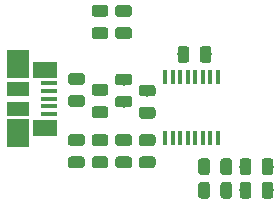
<source format=gbr>
G04 #@! TF.GenerationSoftware,KiCad,Pcbnew,(5.1.4)-1*
G04 #@! TF.CreationDate,2019-11-14T00:10:30-06:00*
G04 #@! TF.ProjectId,USB_Serial,5553425f-5365-4726-9961-6c2e6b696361,rev?*
G04 #@! TF.SameCoordinates,Original*
G04 #@! TF.FileFunction,Paste,Top*
G04 #@! TF.FilePolarity,Positive*
%FSLAX46Y46*%
G04 Gerber Fmt 4.6, Leading zero omitted, Abs format (unit mm)*
G04 Created by KiCad (PCBNEW (5.1.4)-1) date 2019-11-14 00:10:30*
%MOMM*%
%LPD*%
G04 APERTURE LIST*
%ADD10C,0.100000*%
%ADD11C,0.975000*%
%ADD12R,0.400000X1.200000*%
%ADD13R,1.900000X1.175000*%
%ADD14R,1.900000X2.375000*%
%ADD15R,2.100000X1.475000*%
%ADD16R,1.380000X0.450000*%
G04 APERTURE END LIST*
D10*
G36*
X166955142Y-79801174D02*
G01*
X166978803Y-79804684D01*
X167002007Y-79810496D01*
X167024529Y-79818554D01*
X167046153Y-79828782D01*
X167066670Y-79841079D01*
X167085883Y-79855329D01*
X167103607Y-79871393D01*
X167119671Y-79889117D01*
X167133921Y-79908330D01*
X167146218Y-79928847D01*
X167156446Y-79950471D01*
X167164504Y-79972993D01*
X167170316Y-79996197D01*
X167173826Y-80019858D01*
X167175000Y-80043750D01*
X167175000Y-80956250D01*
X167173826Y-80980142D01*
X167170316Y-81003803D01*
X167164504Y-81027007D01*
X167156446Y-81049529D01*
X167146218Y-81071153D01*
X167133921Y-81091670D01*
X167119671Y-81110883D01*
X167103607Y-81128607D01*
X167085883Y-81144671D01*
X167066670Y-81158921D01*
X167046153Y-81171218D01*
X167024529Y-81181446D01*
X167002007Y-81189504D01*
X166978803Y-81195316D01*
X166955142Y-81198826D01*
X166931250Y-81200000D01*
X166443750Y-81200000D01*
X166419858Y-81198826D01*
X166396197Y-81195316D01*
X166372993Y-81189504D01*
X166350471Y-81181446D01*
X166328847Y-81171218D01*
X166308330Y-81158921D01*
X166289117Y-81144671D01*
X166271393Y-81128607D01*
X166255329Y-81110883D01*
X166241079Y-81091670D01*
X166228782Y-81071153D01*
X166218554Y-81049529D01*
X166210496Y-81027007D01*
X166204684Y-81003803D01*
X166201174Y-80980142D01*
X166200000Y-80956250D01*
X166200000Y-80043750D01*
X166201174Y-80019858D01*
X166204684Y-79996197D01*
X166210496Y-79972993D01*
X166218554Y-79950471D01*
X166228782Y-79928847D01*
X166241079Y-79908330D01*
X166255329Y-79889117D01*
X166271393Y-79871393D01*
X166289117Y-79855329D01*
X166308330Y-79841079D01*
X166328847Y-79828782D01*
X166350471Y-79818554D01*
X166372993Y-79810496D01*
X166396197Y-79804684D01*
X166419858Y-79801174D01*
X166443750Y-79800000D01*
X166931250Y-79800000D01*
X166955142Y-79801174D01*
X166955142Y-79801174D01*
G37*
D11*
X166687500Y-80500000D03*
D10*
G36*
X165080142Y-79801174D02*
G01*
X165103803Y-79804684D01*
X165127007Y-79810496D01*
X165149529Y-79818554D01*
X165171153Y-79828782D01*
X165191670Y-79841079D01*
X165210883Y-79855329D01*
X165228607Y-79871393D01*
X165244671Y-79889117D01*
X165258921Y-79908330D01*
X165271218Y-79928847D01*
X165281446Y-79950471D01*
X165289504Y-79972993D01*
X165295316Y-79996197D01*
X165298826Y-80019858D01*
X165300000Y-80043750D01*
X165300000Y-80956250D01*
X165298826Y-80980142D01*
X165295316Y-81003803D01*
X165289504Y-81027007D01*
X165281446Y-81049529D01*
X165271218Y-81071153D01*
X165258921Y-81091670D01*
X165244671Y-81110883D01*
X165228607Y-81128607D01*
X165210883Y-81144671D01*
X165191670Y-81158921D01*
X165171153Y-81171218D01*
X165149529Y-81181446D01*
X165127007Y-81189504D01*
X165103803Y-81195316D01*
X165080142Y-81198826D01*
X165056250Y-81200000D01*
X164568750Y-81200000D01*
X164544858Y-81198826D01*
X164521197Y-81195316D01*
X164497993Y-81189504D01*
X164475471Y-81181446D01*
X164453847Y-81171218D01*
X164433330Y-81158921D01*
X164414117Y-81144671D01*
X164396393Y-81128607D01*
X164380329Y-81110883D01*
X164366079Y-81091670D01*
X164353782Y-81071153D01*
X164343554Y-81049529D01*
X164335496Y-81027007D01*
X164329684Y-81003803D01*
X164326174Y-80980142D01*
X164325000Y-80956250D01*
X164325000Y-80043750D01*
X164326174Y-80019858D01*
X164329684Y-79996197D01*
X164335496Y-79972993D01*
X164343554Y-79950471D01*
X164353782Y-79928847D01*
X164366079Y-79908330D01*
X164380329Y-79889117D01*
X164396393Y-79871393D01*
X164414117Y-79855329D01*
X164433330Y-79841079D01*
X164453847Y-79828782D01*
X164475471Y-79818554D01*
X164497993Y-79810496D01*
X164521197Y-79804684D01*
X164544858Y-79801174D01*
X164568750Y-79800000D01*
X165056250Y-79800000D01*
X165080142Y-79801174D01*
X165080142Y-79801174D01*
G37*
D11*
X164812500Y-80500000D03*
D10*
G36*
X166955142Y-77801174D02*
G01*
X166978803Y-77804684D01*
X167002007Y-77810496D01*
X167024529Y-77818554D01*
X167046153Y-77828782D01*
X167066670Y-77841079D01*
X167085883Y-77855329D01*
X167103607Y-77871393D01*
X167119671Y-77889117D01*
X167133921Y-77908330D01*
X167146218Y-77928847D01*
X167156446Y-77950471D01*
X167164504Y-77972993D01*
X167170316Y-77996197D01*
X167173826Y-78019858D01*
X167175000Y-78043750D01*
X167175000Y-78956250D01*
X167173826Y-78980142D01*
X167170316Y-79003803D01*
X167164504Y-79027007D01*
X167156446Y-79049529D01*
X167146218Y-79071153D01*
X167133921Y-79091670D01*
X167119671Y-79110883D01*
X167103607Y-79128607D01*
X167085883Y-79144671D01*
X167066670Y-79158921D01*
X167046153Y-79171218D01*
X167024529Y-79181446D01*
X167002007Y-79189504D01*
X166978803Y-79195316D01*
X166955142Y-79198826D01*
X166931250Y-79200000D01*
X166443750Y-79200000D01*
X166419858Y-79198826D01*
X166396197Y-79195316D01*
X166372993Y-79189504D01*
X166350471Y-79181446D01*
X166328847Y-79171218D01*
X166308330Y-79158921D01*
X166289117Y-79144671D01*
X166271393Y-79128607D01*
X166255329Y-79110883D01*
X166241079Y-79091670D01*
X166228782Y-79071153D01*
X166218554Y-79049529D01*
X166210496Y-79027007D01*
X166204684Y-79003803D01*
X166201174Y-78980142D01*
X166200000Y-78956250D01*
X166200000Y-78043750D01*
X166201174Y-78019858D01*
X166204684Y-77996197D01*
X166210496Y-77972993D01*
X166218554Y-77950471D01*
X166228782Y-77928847D01*
X166241079Y-77908330D01*
X166255329Y-77889117D01*
X166271393Y-77871393D01*
X166289117Y-77855329D01*
X166308330Y-77841079D01*
X166328847Y-77828782D01*
X166350471Y-77818554D01*
X166372993Y-77810496D01*
X166396197Y-77804684D01*
X166419858Y-77801174D01*
X166443750Y-77800000D01*
X166931250Y-77800000D01*
X166955142Y-77801174D01*
X166955142Y-77801174D01*
G37*
D11*
X166687500Y-78500000D03*
D10*
G36*
X165080142Y-77801174D02*
G01*
X165103803Y-77804684D01*
X165127007Y-77810496D01*
X165149529Y-77818554D01*
X165171153Y-77828782D01*
X165191670Y-77841079D01*
X165210883Y-77855329D01*
X165228607Y-77871393D01*
X165244671Y-77889117D01*
X165258921Y-77908330D01*
X165271218Y-77928847D01*
X165281446Y-77950471D01*
X165289504Y-77972993D01*
X165295316Y-77996197D01*
X165298826Y-78019858D01*
X165300000Y-78043750D01*
X165300000Y-78956250D01*
X165298826Y-78980142D01*
X165295316Y-79003803D01*
X165289504Y-79027007D01*
X165281446Y-79049529D01*
X165271218Y-79071153D01*
X165258921Y-79091670D01*
X165244671Y-79110883D01*
X165228607Y-79128607D01*
X165210883Y-79144671D01*
X165191670Y-79158921D01*
X165171153Y-79171218D01*
X165149529Y-79181446D01*
X165127007Y-79189504D01*
X165103803Y-79195316D01*
X165080142Y-79198826D01*
X165056250Y-79200000D01*
X164568750Y-79200000D01*
X164544858Y-79198826D01*
X164521197Y-79195316D01*
X164497993Y-79189504D01*
X164475471Y-79181446D01*
X164453847Y-79171218D01*
X164433330Y-79158921D01*
X164414117Y-79144671D01*
X164396393Y-79128607D01*
X164380329Y-79110883D01*
X164366079Y-79091670D01*
X164353782Y-79071153D01*
X164343554Y-79049529D01*
X164335496Y-79027007D01*
X164329684Y-79003803D01*
X164326174Y-78980142D01*
X164325000Y-78956250D01*
X164325000Y-78043750D01*
X164326174Y-78019858D01*
X164329684Y-77996197D01*
X164335496Y-77972993D01*
X164343554Y-77950471D01*
X164353782Y-77928847D01*
X164366079Y-77908330D01*
X164380329Y-77889117D01*
X164396393Y-77871393D01*
X164414117Y-77855329D01*
X164433330Y-77841079D01*
X164453847Y-77828782D01*
X164475471Y-77818554D01*
X164497993Y-77810496D01*
X164521197Y-77804684D01*
X164544858Y-77801174D01*
X164568750Y-77800000D01*
X165056250Y-77800000D01*
X165080142Y-77801174D01*
X165080142Y-77801174D01*
G37*
D11*
X164812500Y-78500000D03*
D10*
G36*
X154980142Y-64826174D02*
G01*
X155003803Y-64829684D01*
X155027007Y-64835496D01*
X155049529Y-64843554D01*
X155071153Y-64853782D01*
X155091670Y-64866079D01*
X155110883Y-64880329D01*
X155128607Y-64896393D01*
X155144671Y-64914117D01*
X155158921Y-64933330D01*
X155171218Y-64953847D01*
X155181446Y-64975471D01*
X155189504Y-64997993D01*
X155195316Y-65021197D01*
X155198826Y-65044858D01*
X155200000Y-65068750D01*
X155200000Y-65556250D01*
X155198826Y-65580142D01*
X155195316Y-65603803D01*
X155189504Y-65627007D01*
X155181446Y-65649529D01*
X155171218Y-65671153D01*
X155158921Y-65691670D01*
X155144671Y-65710883D01*
X155128607Y-65728607D01*
X155110883Y-65744671D01*
X155091670Y-65758921D01*
X155071153Y-65771218D01*
X155049529Y-65781446D01*
X155027007Y-65789504D01*
X155003803Y-65795316D01*
X154980142Y-65798826D01*
X154956250Y-65800000D01*
X154043750Y-65800000D01*
X154019858Y-65798826D01*
X153996197Y-65795316D01*
X153972993Y-65789504D01*
X153950471Y-65781446D01*
X153928847Y-65771218D01*
X153908330Y-65758921D01*
X153889117Y-65744671D01*
X153871393Y-65728607D01*
X153855329Y-65710883D01*
X153841079Y-65691670D01*
X153828782Y-65671153D01*
X153818554Y-65649529D01*
X153810496Y-65627007D01*
X153804684Y-65603803D01*
X153801174Y-65580142D01*
X153800000Y-65556250D01*
X153800000Y-65068750D01*
X153801174Y-65044858D01*
X153804684Y-65021197D01*
X153810496Y-64997993D01*
X153818554Y-64975471D01*
X153828782Y-64953847D01*
X153841079Y-64933330D01*
X153855329Y-64914117D01*
X153871393Y-64896393D01*
X153889117Y-64880329D01*
X153908330Y-64866079D01*
X153928847Y-64853782D01*
X153950471Y-64843554D01*
X153972993Y-64835496D01*
X153996197Y-64829684D01*
X154019858Y-64826174D01*
X154043750Y-64825000D01*
X154956250Y-64825000D01*
X154980142Y-64826174D01*
X154980142Y-64826174D01*
G37*
D11*
X154500000Y-65312500D03*
D10*
G36*
X154980142Y-66701174D02*
G01*
X155003803Y-66704684D01*
X155027007Y-66710496D01*
X155049529Y-66718554D01*
X155071153Y-66728782D01*
X155091670Y-66741079D01*
X155110883Y-66755329D01*
X155128607Y-66771393D01*
X155144671Y-66789117D01*
X155158921Y-66808330D01*
X155171218Y-66828847D01*
X155181446Y-66850471D01*
X155189504Y-66872993D01*
X155195316Y-66896197D01*
X155198826Y-66919858D01*
X155200000Y-66943750D01*
X155200000Y-67431250D01*
X155198826Y-67455142D01*
X155195316Y-67478803D01*
X155189504Y-67502007D01*
X155181446Y-67524529D01*
X155171218Y-67546153D01*
X155158921Y-67566670D01*
X155144671Y-67585883D01*
X155128607Y-67603607D01*
X155110883Y-67619671D01*
X155091670Y-67633921D01*
X155071153Y-67646218D01*
X155049529Y-67656446D01*
X155027007Y-67664504D01*
X155003803Y-67670316D01*
X154980142Y-67673826D01*
X154956250Y-67675000D01*
X154043750Y-67675000D01*
X154019858Y-67673826D01*
X153996197Y-67670316D01*
X153972993Y-67664504D01*
X153950471Y-67656446D01*
X153928847Y-67646218D01*
X153908330Y-67633921D01*
X153889117Y-67619671D01*
X153871393Y-67603607D01*
X153855329Y-67585883D01*
X153841079Y-67566670D01*
X153828782Y-67546153D01*
X153818554Y-67524529D01*
X153810496Y-67502007D01*
X153804684Y-67478803D01*
X153801174Y-67455142D01*
X153800000Y-67431250D01*
X153800000Y-66943750D01*
X153801174Y-66919858D01*
X153804684Y-66896197D01*
X153810496Y-66872993D01*
X153818554Y-66850471D01*
X153828782Y-66828847D01*
X153841079Y-66808330D01*
X153855329Y-66789117D01*
X153871393Y-66771393D01*
X153889117Y-66755329D01*
X153908330Y-66741079D01*
X153928847Y-66728782D01*
X153950471Y-66718554D01*
X153972993Y-66710496D01*
X153996197Y-66704684D01*
X154019858Y-66701174D01*
X154043750Y-66700000D01*
X154956250Y-66700000D01*
X154980142Y-66701174D01*
X154980142Y-66701174D01*
G37*
D11*
X154500000Y-67187500D03*
D10*
G36*
X152980142Y-64826174D02*
G01*
X153003803Y-64829684D01*
X153027007Y-64835496D01*
X153049529Y-64843554D01*
X153071153Y-64853782D01*
X153091670Y-64866079D01*
X153110883Y-64880329D01*
X153128607Y-64896393D01*
X153144671Y-64914117D01*
X153158921Y-64933330D01*
X153171218Y-64953847D01*
X153181446Y-64975471D01*
X153189504Y-64997993D01*
X153195316Y-65021197D01*
X153198826Y-65044858D01*
X153200000Y-65068750D01*
X153200000Y-65556250D01*
X153198826Y-65580142D01*
X153195316Y-65603803D01*
X153189504Y-65627007D01*
X153181446Y-65649529D01*
X153171218Y-65671153D01*
X153158921Y-65691670D01*
X153144671Y-65710883D01*
X153128607Y-65728607D01*
X153110883Y-65744671D01*
X153091670Y-65758921D01*
X153071153Y-65771218D01*
X153049529Y-65781446D01*
X153027007Y-65789504D01*
X153003803Y-65795316D01*
X152980142Y-65798826D01*
X152956250Y-65800000D01*
X152043750Y-65800000D01*
X152019858Y-65798826D01*
X151996197Y-65795316D01*
X151972993Y-65789504D01*
X151950471Y-65781446D01*
X151928847Y-65771218D01*
X151908330Y-65758921D01*
X151889117Y-65744671D01*
X151871393Y-65728607D01*
X151855329Y-65710883D01*
X151841079Y-65691670D01*
X151828782Y-65671153D01*
X151818554Y-65649529D01*
X151810496Y-65627007D01*
X151804684Y-65603803D01*
X151801174Y-65580142D01*
X151800000Y-65556250D01*
X151800000Y-65068750D01*
X151801174Y-65044858D01*
X151804684Y-65021197D01*
X151810496Y-64997993D01*
X151818554Y-64975471D01*
X151828782Y-64953847D01*
X151841079Y-64933330D01*
X151855329Y-64914117D01*
X151871393Y-64896393D01*
X151889117Y-64880329D01*
X151908330Y-64866079D01*
X151928847Y-64853782D01*
X151950471Y-64843554D01*
X151972993Y-64835496D01*
X151996197Y-64829684D01*
X152019858Y-64826174D01*
X152043750Y-64825000D01*
X152956250Y-64825000D01*
X152980142Y-64826174D01*
X152980142Y-64826174D01*
G37*
D11*
X152500000Y-65312500D03*
D10*
G36*
X152980142Y-66701174D02*
G01*
X153003803Y-66704684D01*
X153027007Y-66710496D01*
X153049529Y-66718554D01*
X153071153Y-66728782D01*
X153091670Y-66741079D01*
X153110883Y-66755329D01*
X153128607Y-66771393D01*
X153144671Y-66789117D01*
X153158921Y-66808330D01*
X153171218Y-66828847D01*
X153181446Y-66850471D01*
X153189504Y-66872993D01*
X153195316Y-66896197D01*
X153198826Y-66919858D01*
X153200000Y-66943750D01*
X153200000Y-67431250D01*
X153198826Y-67455142D01*
X153195316Y-67478803D01*
X153189504Y-67502007D01*
X153181446Y-67524529D01*
X153171218Y-67546153D01*
X153158921Y-67566670D01*
X153144671Y-67585883D01*
X153128607Y-67603607D01*
X153110883Y-67619671D01*
X153091670Y-67633921D01*
X153071153Y-67646218D01*
X153049529Y-67656446D01*
X153027007Y-67664504D01*
X153003803Y-67670316D01*
X152980142Y-67673826D01*
X152956250Y-67675000D01*
X152043750Y-67675000D01*
X152019858Y-67673826D01*
X151996197Y-67670316D01*
X151972993Y-67664504D01*
X151950471Y-67656446D01*
X151928847Y-67646218D01*
X151908330Y-67633921D01*
X151889117Y-67619671D01*
X151871393Y-67603607D01*
X151855329Y-67585883D01*
X151841079Y-67566670D01*
X151828782Y-67546153D01*
X151818554Y-67524529D01*
X151810496Y-67502007D01*
X151804684Y-67478803D01*
X151801174Y-67455142D01*
X151800000Y-67431250D01*
X151800000Y-66943750D01*
X151801174Y-66919858D01*
X151804684Y-66896197D01*
X151810496Y-66872993D01*
X151818554Y-66850471D01*
X151828782Y-66828847D01*
X151841079Y-66808330D01*
X151855329Y-66789117D01*
X151871393Y-66771393D01*
X151889117Y-66755329D01*
X151908330Y-66741079D01*
X151928847Y-66728782D01*
X151950471Y-66718554D01*
X151972993Y-66710496D01*
X151996197Y-66704684D01*
X152019858Y-66701174D01*
X152043750Y-66700000D01*
X152956250Y-66700000D01*
X152980142Y-66701174D01*
X152980142Y-66701174D01*
G37*
D11*
X152500000Y-67187500D03*
D10*
G36*
X154980142Y-70638674D02*
G01*
X155003803Y-70642184D01*
X155027007Y-70647996D01*
X155049529Y-70656054D01*
X155071153Y-70666282D01*
X155091670Y-70678579D01*
X155110883Y-70692829D01*
X155128607Y-70708893D01*
X155144671Y-70726617D01*
X155158921Y-70745830D01*
X155171218Y-70766347D01*
X155181446Y-70787971D01*
X155189504Y-70810493D01*
X155195316Y-70833697D01*
X155198826Y-70857358D01*
X155200000Y-70881250D01*
X155200000Y-71368750D01*
X155198826Y-71392642D01*
X155195316Y-71416303D01*
X155189504Y-71439507D01*
X155181446Y-71462029D01*
X155171218Y-71483653D01*
X155158921Y-71504170D01*
X155144671Y-71523383D01*
X155128607Y-71541107D01*
X155110883Y-71557171D01*
X155091670Y-71571421D01*
X155071153Y-71583718D01*
X155049529Y-71593946D01*
X155027007Y-71602004D01*
X155003803Y-71607816D01*
X154980142Y-71611326D01*
X154956250Y-71612500D01*
X154043750Y-71612500D01*
X154019858Y-71611326D01*
X153996197Y-71607816D01*
X153972993Y-71602004D01*
X153950471Y-71593946D01*
X153928847Y-71583718D01*
X153908330Y-71571421D01*
X153889117Y-71557171D01*
X153871393Y-71541107D01*
X153855329Y-71523383D01*
X153841079Y-71504170D01*
X153828782Y-71483653D01*
X153818554Y-71462029D01*
X153810496Y-71439507D01*
X153804684Y-71416303D01*
X153801174Y-71392642D01*
X153800000Y-71368750D01*
X153800000Y-70881250D01*
X153801174Y-70857358D01*
X153804684Y-70833697D01*
X153810496Y-70810493D01*
X153818554Y-70787971D01*
X153828782Y-70766347D01*
X153841079Y-70745830D01*
X153855329Y-70726617D01*
X153871393Y-70708893D01*
X153889117Y-70692829D01*
X153908330Y-70678579D01*
X153928847Y-70666282D01*
X153950471Y-70656054D01*
X153972993Y-70647996D01*
X153996197Y-70642184D01*
X154019858Y-70638674D01*
X154043750Y-70637500D01*
X154956250Y-70637500D01*
X154980142Y-70638674D01*
X154980142Y-70638674D01*
G37*
D11*
X154500000Y-71125000D03*
D10*
G36*
X154980142Y-72513674D02*
G01*
X155003803Y-72517184D01*
X155027007Y-72522996D01*
X155049529Y-72531054D01*
X155071153Y-72541282D01*
X155091670Y-72553579D01*
X155110883Y-72567829D01*
X155128607Y-72583893D01*
X155144671Y-72601617D01*
X155158921Y-72620830D01*
X155171218Y-72641347D01*
X155181446Y-72662971D01*
X155189504Y-72685493D01*
X155195316Y-72708697D01*
X155198826Y-72732358D01*
X155200000Y-72756250D01*
X155200000Y-73243750D01*
X155198826Y-73267642D01*
X155195316Y-73291303D01*
X155189504Y-73314507D01*
X155181446Y-73337029D01*
X155171218Y-73358653D01*
X155158921Y-73379170D01*
X155144671Y-73398383D01*
X155128607Y-73416107D01*
X155110883Y-73432171D01*
X155091670Y-73446421D01*
X155071153Y-73458718D01*
X155049529Y-73468946D01*
X155027007Y-73477004D01*
X155003803Y-73482816D01*
X154980142Y-73486326D01*
X154956250Y-73487500D01*
X154043750Y-73487500D01*
X154019858Y-73486326D01*
X153996197Y-73482816D01*
X153972993Y-73477004D01*
X153950471Y-73468946D01*
X153928847Y-73458718D01*
X153908330Y-73446421D01*
X153889117Y-73432171D01*
X153871393Y-73416107D01*
X153855329Y-73398383D01*
X153841079Y-73379170D01*
X153828782Y-73358653D01*
X153818554Y-73337029D01*
X153810496Y-73314507D01*
X153804684Y-73291303D01*
X153801174Y-73267642D01*
X153800000Y-73243750D01*
X153800000Y-72756250D01*
X153801174Y-72732358D01*
X153804684Y-72708697D01*
X153810496Y-72685493D01*
X153818554Y-72662971D01*
X153828782Y-72641347D01*
X153841079Y-72620830D01*
X153855329Y-72601617D01*
X153871393Y-72583893D01*
X153889117Y-72567829D01*
X153908330Y-72553579D01*
X153928847Y-72541282D01*
X153950471Y-72531054D01*
X153972993Y-72522996D01*
X153996197Y-72517184D01*
X154019858Y-72513674D01*
X154043750Y-72512500D01*
X154956250Y-72512500D01*
X154980142Y-72513674D01*
X154980142Y-72513674D01*
G37*
D11*
X154500000Y-73000000D03*
D10*
G36*
X156980142Y-73451174D02*
G01*
X157003803Y-73454684D01*
X157027007Y-73460496D01*
X157049529Y-73468554D01*
X157071153Y-73478782D01*
X157091670Y-73491079D01*
X157110883Y-73505329D01*
X157128607Y-73521393D01*
X157144671Y-73539117D01*
X157158921Y-73558330D01*
X157171218Y-73578847D01*
X157181446Y-73600471D01*
X157189504Y-73622993D01*
X157195316Y-73646197D01*
X157198826Y-73669858D01*
X157200000Y-73693750D01*
X157200000Y-74181250D01*
X157198826Y-74205142D01*
X157195316Y-74228803D01*
X157189504Y-74252007D01*
X157181446Y-74274529D01*
X157171218Y-74296153D01*
X157158921Y-74316670D01*
X157144671Y-74335883D01*
X157128607Y-74353607D01*
X157110883Y-74369671D01*
X157091670Y-74383921D01*
X157071153Y-74396218D01*
X157049529Y-74406446D01*
X157027007Y-74414504D01*
X157003803Y-74420316D01*
X156980142Y-74423826D01*
X156956250Y-74425000D01*
X156043750Y-74425000D01*
X156019858Y-74423826D01*
X155996197Y-74420316D01*
X155972993Y-74414504D01*
X155950471Y-74406446D01*
X155928847Y-74396218D01*
X155908330Y-74383921D01*
X155889117Y-74369671D01*
X155871393Y-74353607D01*
X155855329Y-74335883D01*
X155841079Y-74316670D01*
X155828782Y-74296153D01*
X155818554Y-74274529D01*
X155810496Y-74252007D01*
X155804684Y-74228803D01*
X155801174Y-74205142D01*
X155800000Y-74181250D01*
X155800000Y-73693750D01*
X155801174Y-73669858D01*
X155804684Y-73646197D01*
X155810496Y-73622993D01*
X155818554Y-73600471D01*
X155828782Y-73578847D01*
X155841079Y-73558330D01*
X155855329Y-73539117D01*
X155871393Y-73521393D01*
X155889117Y-73505329D01*
X155908330Y-73491079D01*
X155928847Y-73478782D01*
X155950471Y-73468554D01*
X155972993Y-73460496D01*
X155996197Y-73454684D01*
X156019858Y-73451174D01*
X156043750Y-73450000D01*
X156956250Y-73450000D01*
X156980142Y-73451174D01*
X156980142Y-73451174D01*
G37*
D11*
X156500000Y-73937500D03*
D10*
G36*
X156980142Y-71576174D02*
G01*
X157003803Y-71579684D01*
X157027007Y-71585496D01*
X157049529Y-71593554D01*
X157071153Y-71603782D01*
X157091670Y-71616079D01*
X157110883Y-71630329D01*
X157128607Y-71646393D01*
X157144671Y-71664117D01*
X157158921Y-71683330D01*
X157171218Y-71703847D01*
X157181446Y-71725471D01*
X157189504Y-71747993D01*
X157195316Y-71771197D01*
X157198826Y-71794858D01*
X157200000Y-71818750D01*
X157200000Y-72306250D01*
X157198826Y-72330142D01*
X157195316Y-72353803D01*
X157189504Y-72377007D01*
X157181446Y-72399529D01*
X157171218Y-72421153D01*
X157158921Y-72441670D01*
X157144671Y-72460883D01*
X157128607Y-72478607D01*
X157110883Y-72494671D01*
X157091670Y-72508921D01*
X157071153Y-72521218D01*
X157049529Y-72531446D01*
X157027007Y-72539504D01*
X157003803Y-72545316D01*
X156980142Y-72548826D01*
X156956250Y-72550000D01*
X156043750Y-72550000D01*
X156019858Y-72548826D01*
X155996197Y-72545316D01*
X155972993Y-72539504D01*
X155950471Y-72531446D01*
X155928847Y-72521218D01*
X155908330Y-72508921D01*
X155889117Y-72494671D01*
X155871393Y-72478607D01*
X155855329Y-72460883D01*
X155841079Y-72441670D01*
X155828782Y-72421153D01*
X155818554Y-72399529D01*
X155810496Y-72377007D01*
X155804684Y-72353803D01*
X155801174Y-72330142D01*
X155800000Y-72306250D01*
X155800000Y-71818750D01*
X155801174Y-71794858D01*
X155804684Y-71771197D01*
X155810496Y-71747993D01*
X155818554Y-71725471D01*
X155828782Y-71703847D01*
X155841079Y-71683330D01*
X155855329Y-71664117D01*
X155871393Y-71646393D01*
X155889117Y-71630329D01*
X155908330Y-71616079D01*
X155928847Y-71603782D01*
X155950471Y-71593554D01*
X155972993Y-71585496D01*
X155996197Y-71579684D01*
X156019858Y-71576174D01*
X156043750Y-71575000D01*
X156956250Y-71575000D01*
X156980142Y-71576174D01*
X156980142Y-71576174D01*
G37*
D11*
X156500000Y-72062500D03*
D10*
G36*
X150980142Y-72451174D02*
G01*
X151003803Y-72454684D01*
X151027007Y-72460496D01*
X151049529Y-72468554D01*
X151071153Y-72478782D01*
X151091670Y-72491079D01*
X151110883Y-72505329D01*
X151128607Y-72521393D01*
X151144671Y-72539117D01*
X151158921Y-72558330D01*
X151171218Y-72578847D01*
X151181446Y-72600471D01*
X151189504Y-72622993D01*
X151195316Y-72646197D01*
X151198826Y-72669858D01*
X151200000Y-72693750D01*
X151200000Y-73181250D01*
X151198826Y-73205142D01*
X151195316Y-73228803D01*
X151189504Y-73252007D01*
X151181446Y-73274529D01*
X151171218Y-73296153D01*
X151158921Y-73316670D01*
X151144671Y-73335883D01*
X151128607Y-73353607D01*
X151110883Y-73369671D01*
X151091670Y-73383921D01*
X151071153Y-73396218D01*
X151049529Y-73406446D01*
X151027007Y-73414504D01*
X151003803Y-73420316D01*
X150980142Y-73423826D01*
X150956250Y-73425000D01*
X150043750Y-73425000D01*
X150019858Y-73423826D01*
X149996197Y-73420316D01*
X149972993Y-73414504D01*
X149950471Y-73406446D01*
X149928847Y-73396218D01*
X149908330Y-73383921D01*
X149889117Y-73369671D01*
X149871393Y-73353607D01*
X149855329Y-73335883D01*
X149841079Y-73316670D01*
X149828782Y-73296153D01*
X149818554Y-73274529D01*
X149810496Y-73252007D01*
X149804684Y-73228803D01*
X149801174Y-73205142D01*
X149800000Y-73181250D01*
X149800000Y-72693750D01*
X149801174Y-72669858D01*
X149804684Y-72646197D01*
X149810496Y-72622993D01*
X149818554Y-72600471D01*
X149828782Y-72578847D01*
X149841079Y-72558330D01*
X149855329Y-72539117D01*
X149871393Y-72521393D01*
X149889117Y-72505329D01*
X149908330Y-72491079D01*
X149928847Y-72478782D01*
X149950471Y-72468554D01*
X149972993Y-72460496D01*
X149996197Y-72454684D01*
X150019858Y-72451174D01*
X150043750Y-72450000D01*
X150956250Y-72450000D01*
X150980142Y-72451174D01*
X150980142Y-72451174D01*
G37*
D11*
X150500000Y-72937500D03*
D10*
G36*
X150980142Y-70576174D02*
G01*
X151003803Y-70579684D01*
X151027007Y-70585496D01*
X151049529Y-70593554D01*
X151071153Y-70603782D01*
X151091670Y-70616079D01*
X151110883Y-70630329D01*
X151128607Y-70646393D01*
X151144671Y-70664117D01*
X151158921Y-70683330D01*
X151171218Y-70703847D01*
X151181446Y-70725471D01*
X151189504Y-70747993D01*
X151195316Y-70771197D01*
X151198826Y-70794858D01*
X151200000Y-70818750D01*
X151200000Y-71306250D01*
X151198826Y-71330142D01*
X151195316Y-71353803D01*
X151189504Y-71377007D01*
X151181446Y-71399529D01*
X151171218Y-71421153D01*
X151158921Y-71441670D01*
X151144671Y-71460883D01*
X151128607Y-71478607D01*
X151110883Y-71494671D01*
X151091670Y-71508921D01*
X151071153Y-71521218D01*
X151049529Y-71531446D01*
X151027007Y-71539504D01*
X151003803Y-71545316D01*
X150980142Y-71548826D01*
X150956250Y-71550000D01*
X150043750Y-71550000D01*
X150019858Y-71548826D01*
X149996197Y-71545316D01*
X149972993Y-71539504D01*
X149950471Y-71531446D01*
X149928847Y-71521218D01*
X149908330Y-71508921D01*
X149889117Y-71494671D01*
X149871393Y-71478607D01*
X149855329Y-71460883D01*
X149841079Y-71441670D01*
X149828782Y-71421153D01*
X149818554Y-71399529D01*
X149810496Y-71377007D01*
X149804684Y-71353803D01*
X149801174Y-71330142D01*
X149800000Y-71306250D01*
X149800000Y-70818750D01*
X149801174Y-70794858D01*
X149804684Y-70771197D01*
X149810496Y-70747993D01*
X149818554Y-70725471D01*
X149828782Y-70703847D01*
X149841079Y-70683330D01*
X149855329Y-70664117D01*
X149871393Y-70646393D01*
X149889117Y-70630329D01*
X149908330Y-70616079D01*
X149928847Y-70603782D01*
X149950471Y-70593554D01*
X149972993Y-70585496D01*
X149996197Y-70579684D01*
X150019858Y-70576174D01*
X150043750Y-70575000D01*
X150956250Y-70575000D01*
X150980142Y-70576174D01*
X150980142Y-70576174D01*
G37*
D11*
X150500000Y-71062500D03*
D10*
G36*
X152980142Y-71513674D02*
G01*
X153003803Y-71517184D01*
X153027007Y-71522996D01*
X153049529Y-71531054D01*
X153071153Y-71541282D01*
X153091670Y-71553579D01*
X153110883Y-71567829D01*
X153128607Y-71583893D01*
X153144671Y-71601617D01*
X153158921Y-71620830D01*
X153171218Y-71641347D01*
X153181446Y-71662971D01*
X153189504Y-71685493D01*
X153195316Y-71708697D01*
X153198826Y-71732358D01*
X153200000Y-71756250D01*
X153200000Y-72243750D01*
X153198826Y-72267642D01*
X153195316Y-72291303D01*
X153189504Y-72314507D01*
X153181446Y-72337029D01*
X153171218Y-72358653D01*
X153158921Y-72379170D01*
X153144671Y-72398383D01*
X153128607Y-72416107D01*
X153110883Y-72432171D01*
X153091670Y-72446421D01*
X153071153Y-72458718D01*
X153049529Y-72468946D01*
X153027007Y-72477004D01*
X153003803Y-72482816D01*
X152980142Y-72486326D01*
X152956250Y-72487500D01*
X152043750Y-72487500D01*
X152019858Y-72486326D01*
X151996197Y-72482816D01*
X151972993Y-72477004D01*
X151950471Y-72468946D01*
X151928847Y-72458718D01*
X151908330Y-72446421D01*
X151889117Y-72432171D01*
X151871393Y-72416107D01*
X151855329Y-72398383D01*
X151841079Y-72379170D01*
X151828782Y-72358653D01*
X151818554Y-72337029D01*
X151810496Y-72314507D01*
X151804684Y-72291303D01*
X151801174Y-72267642D01*
X151800000Y-72243750D01*
X151800000Y-71756250D01*
X151801174Y-71732358D01*
X151804684Y-71708697D01*
X151810496Y-71685493D01*
X151818554Y-71662971D01*
X151828782Y-71641347D01*
X151841079Y-71620830D01*
X151855329Y-71601617D01*
X151871393Y-71583893D01*
X151889117Y-71567829D01*
X151908330Y-71553579D01*
X151928847Y-71541282D01*
X151950471Y-71531054D01*
X151972993Y-71522996D01*
X151996197Y-71517184D01*
X152019858Y-71513674D01*
X152043750Y-71512500D01*
X152956250Y-71512500D01*
X152980142Y-71513674D01*
X152980142Y-71513674D01*
G37*
D11*
X152500000Y-72000000D03*
D10*
G36*
X152980142Y-73388674D02*
G01*
X153003803Y-73392184D01*
X153027007Y-73397996D01*
X153049529Y-73406054D01*
X153071153Y-73416282D01*
X153091670Y-73428579D01*
X153110883Y-73442829D01*
X153128607Y-73458893D01*
X153144671Y-73476617D01*
X153158921Y-73495830D01*
X153171218Y-73516347D01*
X153181446Y-73537971D01*
X153189504Y-73560493D01*
X153195316Y-73583697D01*
X153198826Y-73607358D01*
X153200000Y-73631250D01*
X153200000Y-74118750D01*
X153198826Y-74142642D01*
X153195316Y-74166303D01*
X153189504Y-74189507D01*
X153181446Y-74212029D01*
X153171218Y-74233653D01*
X153158921Y-74254170D01*
X153144671Y-74273383D01*
X153128607Y-74291107D01*
X153110883Y-74307171D01*
X153091670Y-74321421D01*
X153071153Y-74333718D01*
X153049529Y-74343946D01*
X153027007Y-74352004D01*
X153003803Y-74357816D01*
X152980142Y-74361326D01*
X152956250Y-74362500D01*
X152043750Y-74362500D01*
X152019858Y-74361326D01*
X151996197Y-74357816D01*
X151972993Y-74352004D01*
X151950471Y-74343946D01*
X151928847Y-74333718D01*
X151908330Y-74321421D01*
X151889117Y-74307171D01*
X151871393Y-74291107D01*
X151855329Y-74273383D01*
X151841079Y-74254170D01*
X151828782Y-74233653D01*
X151818554Y-74212029D01*
X151810496Y-74189507D01*
X151804684Y-74166303D01*
X151801174Y-74142642D01*
X151800000Y-74118750D01*
X151800000Y-73631250D01*
X151801174Y-73607358D01*
X151804684Y-73583697D01*
X151810496Y-73560493D01*
X151818554Y-73537971D01*
X151828782Y-73516347D01*
X151841079Y-73495830D01*
X151855329Y-73476617D01*
X151871393Y-73458893D01*
X151889117Y-73442829D01*
X151908330Y-73428579D01*
X151928847Y-73416282D01*
X151950471Y-73406054D01*
X151972993Y-73397996D01*
X151996197Y-73392184D01*
X152019858Y-73388674D01*
X152043750Y-73387500D01*
X152956250Y-73387500D01*
X152980142Y-73388674D01*
X152980142Y-73388674D01*
G37*
D11*
X152500000Y-73875000D03*
D10*
G36*
X150980142Y-75763674D02*
G01*
X151003803Y-75767184D01*
X151027007Y-75772996D01*
X151049529Y-75781054D01*
X151071153Y-75791282D01*
X151091670Y-75803579D01*
X151110883Y-75817829D01*
X151128607Y-75833893D01*
X151144671Y-75851617D01*
X151158921Y-75870830D01*
X151171218Y-75891347D01*
X151181446Y-75912971D01*
X151189504Y-75935493D01*
X151195316Y-75958697D01*
X151198826Y-75982358D01*
X151200000Y-76006250D01*
X151200000Y-76493750D01*
X151198826Y-76517642D01*
X151195316Y-76541303D01*
X151189504Y-76564507D01*
X151181446Y-76587029D01*
X151171218Y-76608653D01*
X151158921Y-76629170D01*
X151144671Y-76648383D01*
X151128607Y-76666107D01*
X151110883Y-76682171D01*
X151091670Y-76696421D01*
X151071153Y-76708718D01*
X151049529Y-76718946D01*
X151027007Y-76727004D01*
X151003803Y-76732816D01*
X150980142Y-76736326D01*
X150956250Y-76737500D01*
X150043750Y-76737500D01*
X150019858Y-76736326D01*
X149996197Y-76732816D01*
X149972993Y-76727004D01*
X149950471Y-76718946D01*
X149928847Y-76708718D01*
X149908330Y-76696421D01*
X149889117Y-76682171D01*
X149871393Y-76666107D01*
X149855329Y-76648383D01*
X149841079Y-76629170D01*
X149828782Y-76608653D01*
X149818554Y-76587029D01*
X149810496Y-76564507D01*
X149804684Y-76541303D01*
X149801174Y-76517642D01*
X149800000Y-76493750D01*
X149800000Y-76006250D01*
X149801174Y-75982358D01*
X149804684Y-75958697D01*
X149810496Y-75935493D01*
X149818554Y-75912971D01*
X149828782Y-75891347D01*
X149841079Y-75870830D01*
X149855329Y-75851617D01*
X149871393Y-75833893D01*
X149889117Y-75817829D01*
X149908330Y-75803579D01*
X149928847Y-75791282D01*
X149950471Y-75781054D01*
X149972993Y-75772996D01*
X149996197Y-75767184D01*
X150019858Y-75763674D01*
X150043750Y-75762500D01*
X150956250Y-75762500D01*
X150980142Y-75763674D01*
X150980142Y-75763674D01*
G37*
D11*
X150500000Y-76250000D03*
D10*
G36*
X150980142Y-77638674D02*
G01*
X151003803Y-77642184D01*
X151027007Y-77647996D01*
X151049529Y-77656054D01*
X151071153Y-77666282D01*
X151091670Y-77678579D01*
X151110883Y-77692829D01*
X151128607Y-77708893D01*
X151144671Y-77726617D01*
X151158921Y-77745830D01*
X151171218Y-77766347D01*
X151181446Y-77787971D01*
X151189504Y-77810493D01*
X151195316Y-77833697D01*
X151198826Y-77857358D01*
X151200000Y-77881250D01*
X151200000Y-78368750D01*
X151198826Y-78392642D01*
X151195316Y-78416303D01*
X151189504Y-78439507D01*
X151181446Y-78462029D01*
X151171218Y-78483653D01*
X151158921Y-78504170D01*
X151144671Y-78523383D01*
X151128607Y-78541107D01*
X151110883Y-78557171D01*
X151091670Y-78571421D01*
X151071153Y-78583718D01*
X151049529Y-78593946D01*
X151027007Y-78602004D01*
X151003803Y-78607816D01*
X150980142Y-78611326D01*
X150956250Y-78612500D01*
X150043750Y-78612500D01*
X150019858Y-78611326D01*
X149996197Y-78607816D01*
X149972993Y-78602004D01*
X149950471Y-78593946D01*
X149928847Y-78583718D01*
X149908330Y-78571421D01*
X149889117Y-78557171D01*
X149871393Y-78541107D01*
X149855329Y-78523383D01*
X149841079Y-78504170D01*
X149828782Y-78483653D01*
X149818554Y-78462029D01*
X149810496Y-78439507D01*
X149804684Y-78416303D01*
X149801174Y-78392642D01*
X149800000Y-78368750D01*
X149800000Y-77881250D01*
X149801174Y-77857358D01*
X149804684Y-77833697D01*
X149810496Y-77810493D01*
X149818554Y-77787971D01*
X149828782Y-77766347D01*
X149841079Y-77745830D01*
X149855329Y-77726617D01*
X149871393Y-77708893D01*
X149889117Y-77692829D01*
X149908330Y-77678579D01*
X149928847Y-77666282D01*
X149950471Y-77656054D01*
X149972993Y-77647996D01*
X149996197Y-77642184D01*
X150019858Y-77638674D01*
X150043750Y-77637500D01*
X150956250Y-77637500D01*
X150980142Y-77638674D01*
X150980142Y-77638674D01*
G37*
D11*
X150500000Y-78125000D03*
D10*
G36*
X152980142Y-77638674D02*
G01*
X153003803Y-77642184D01*
X153027007Y-77647996D01*
X153049529Y-77656054D01*
X153071153Y-77666282D01*
X153091670Y-77678579D01*
X153110883Y-77692829D01*
X153128607Y-77708893D01*
X153144671Y-77726617D01*
X153158921Y-77745830D01*
X153171218Y-77766347D01*
X153181446Y-77787971D01*
X153189504Y-77810493D01*
X153195316Y-77833697D01*
X153198826Y-77857358D01*
X153200000Y-77881250D01*
X153200000Y-78368750D01*
X153198826Y-78392642D01*
X153195316Y-78416303D01*
X153189504Y-78439507D01*
X153181446Y-78462029D01*
X153171218Y-78483653D01*
X153158921Y-78504170D01*
X153144671Y-78523383D01*
X153128607Y-78541107D01*
X153110883Y-78557171D01*
X153091670Y-78571421D01*
X153071153Y-78583718D01*
X153049529Y-78593946D01*
X153027007Y-78602004D01*
X153003803Y-78607816D01*
X152980142Y-78611326D01*
X152956250Y-78612500D01*
X152043750Y-78612500D01*
X152019858Y-78611326D01*
X151996197Y-78607816D01*
X151972993Y-78602004D01*
X151950471Y-78593946D01*
X151928847Y-78583718D01*
X151908330Y-78571421D01*
X151889117Y-78557171D01*
X151871393Y-78541107D01*
X151855329Y-78523383D01*
X151841079Y-78504170D01*
X151828782Y-78483653D01*
X151818554Y-78462029D01*
X151810496Y-78439507D01*
X151804684Y-78416303D01*
X151801174Y-78392642D01*
X151800000Y-78368750D01*
X151800000Y-77881250D01*
X151801174Y-77857358D01*
X151804684Y-77833697D01*
X151810496Y-77810493D01*
X151818554Y-77787971D01*
X151828782Y-77766347D01*
X151841079Y-77745830D01*
X151855329Y-77726617D01*
X151871393Y-77708893D01*
X151889117Y-77692829D01*
X151908330Y-77678579D01*
X151928847Y-77666282D01*
X151950471Y-77656054D01*
X151972993Y-77647996D01*
X151996197Y-77642184D01*
X152019858Y-77638674D01*
X152043750Y-77637500D01*
X152956250Y-77637500D01*
X152980142Y-77638674D01*
X152980142Y-77638674D01*
G37*
D11*
X152500000Y-78125000D03*
D10*
G36*
X152980142Y-75763674D02*
G01*
X153003803Y-75767184D01*
X153027007Y-75772996D01*
X153049529Y-75781054D01*
X153071153Y-75791282D01*
X153091670Y-75803579D01*
X153110883Y-75817829D01*
X153128607Y-75833893D01*
X153144671Y-75851617D01*
X153158921Y-75870830D01*
X153171218Y-75891347D01*
X153181446Y-75912971D01*
X153189504Y-75935493D01*
X153195316Y-75958697D01*
X153198826Y-75982358D01*
X153200000Y-76006250D01*
X153200000Y-76493750D01*
X153198826Y-76517642D01*
X153195316Y-76541303D01*
X153189504Y-76564507D01*
X153181446Y-76587029D01*
X153171218Y-76608653D01*
X153158921Y-76629170D01*
X153144671Y-76648383D01*
X153128607Y-76666107D01*
X153110883Y-76682171D01*
X153091670Y-76696421D01*
X153071153Y-76708718D01*
X153049529Y-76718946D01*
X153027007Y-76727004D01*
X153003803Y-76732816D01*
X152980142Y-76736326D01*
X152956250Y-76737500D01*
X152043750Y-76737500D01*
X152019858Y-76736326D01*
X151996197Y-76732816D01*
X151972993Y-76727004D01*
X151950471Y-76718946D01*
X151928847Y-76708718D01*
X151908330Y-76696421D01*
X151889117Y-76682171D01*
X151871393Y-76666107D01*
X151855329Y-76648383D01*
X151841079Y-76629170D01*
X151828782Y-76608653D01*
X151818554Y-76587029D01*
X151810496Y-76564507D01*
X151804684Y-76541303D01*
X151801174Y-76517642D01*
X151800000Y-76493750D01*
X151800000Y-76006250D01*
X151801174Y-75982358D01*
X151804684Y-75958697D01*
X151810496Y-75935493D01*
X151818554Y-75912971D01*
X151828782Y-75891347D01*
X151841079Y-75870830D01*
X151855329Y-75851617D01*
X151871393Y-75833893D01*
X151889117Y-75817829D01*
X151908330Y-75803579D01*
X151928847Y-75791282D01*
X151950471Y-75781054D01*
X151972993Y-75772996D01*
X151996197Y-75767184D01*
X152019858Y-75763674D01*
X152043750Y-75762500D01*
X152956250Y-75762500D01*
X152980142Y-75763674D01*
X152980142Y-75763674D01*
G37*
D11*
X152500000Y-76250000D03*
D10*
G36*
X163455142Y-79801174D02*
G01*
X163478803Y-79804684D01*
X163502007Y-79810496D01*
X163524529Y-79818554D01*
X163546153Y-79828782D01*
X163566670Y-79841079D01*
X163585883Y-79855329D01*
X163603607Y-79871393D01*
X163619671Y-79889117D01*
X163633921Y-79908330D01*
X163646218Y-79928847D01*
X163656446Y-79950471D01*
X163664504Y-79972993D01*
X163670316Y-79996197D01*
X163673826Y-80019858D01*
X163675000Y-80043750D01*
X163675000Y-80956250D01*
X163673826Y-80980142D01*
X163670316Y-81003803D01*
X163664504Y-81027007D01*
X163656446Y-81049529D01*
X163646218Y-81071153D01*
X163633921Y-81091670D01*
X163619671Y-81110883D01*
X163603607Y-81128607D01*
X163585883Y-81144671D01*
X163566670Y-81158921D01*
X163546153Y-81171218D01*
X163524529Y-81181446D01*
X163502007Y-81189504D01*
X163478803Y-81195316D01*
X163455142Y-81198826D01*
X163431250Y-81200000D01*
X162943750Y-81200000D01*
X162919858Y-81198826D01*
X162896197Y-81195316D01*
X162872993Y-81189504D01*
X162850471Y-81181446D01*
X162828847Y-81171218D01*
X162808330Y-81158921D01*
X162789117Y-81144671D01*
X162771393Y-81128607D01*
X162755329Y-81110883D01*
X162741079Y-81091670D01*
X162728782Y-81071153D01*
X162718554Y-81049529D01*
X162710496Y-81027007D01*
X162704684Y-81003803D01*
X162701174Y-80980142D01*
X162700000Y-80956250D01*
X162700000Y-80043750D01*
X162701174Y-80019858D01*
X162704684Y-79996197D01*
X162710496Y-79972993D01*
X162718554Y-79950471D01*
X162728782Y-79928847D01*
X162741079Y-79908330D01*
X162755329Y-79889117D01*
X162771393Y-79871393D01*
X162789117Y-79855329D01*
X162808330Y-79841079D01*
X162828847Y-79828782D01*
X162850471Y-79818554D01*
X162872993Y-79810496D01*
X162896197Y-79804684D01*
X162919858Y-79801174D01*
X162943750Y-79800000D01*
X163431250Y-79800000D01*
X163455142Y-79801174D01*
X163455142Y-79801174D01*
G37*
D11*
X163187500Y-80500000D03*
D10*
G36*
X161580142Y-79801174D02*
G01*
X161603803Y-79804684D01*
X161627007Y-79810496D01*
X161649529Y-79818554D01*
X161671153Y-79828782D01*
X161691670Y-79841079D01*
X161710883Y-79855329D01*
X161728607Y-79871393D01*
X161744671Y-79889117D01*
X161758921Y-79908330D01*
X161771218Y-79928847D01*
X161781446Y-79950471D01*
X161789504Y-79972993D01*
X161795316Y-79996197D01*
X161798826Y-80019858D01*
X161800000Y-80043750D01*
X161800000Y-80956250D01*
X161798826Y-80980142D01*
X161795316Y-81003803D01*
X161789504Y-81027007D01*
X161781446Y-81049529D01*
X161771218Y-81071153D01*
X161758921Y-81091670D01*
X161744671Y-81110883D01*
X161728607Y-81128607D01*
X161710883Y-81144671D01*
X161691670Y-81158921D01*
X161671153Y-81171218D01*
X161649529Y-81181446D01*
X161627007Y-81189504D01*
X161603803Y-81195316D01*
X161580142Y-81198826D01*
X161556250Y-81200000D01*
X161068750Y-81200000D01*
X161044858Y-81198826D01*
X161021197Y-81195316D01*
X160997993Y-81189504D01*
X160975471Y-81181446D01*
X160953847Y-81171218D01*
X160933330Y-81158921D01*
X160914117Y-81144671D01*
X160896393Y-81128607D01*
X160880329Y-81110883D01*
X160866079Y-81091670D01*
X160853782Y-81071153D01*
X160843554Y-81049529D01*
X160835496Y-81027007D01*
X160829684Y-81003803D01*
X160826174Y-80980142D01*
X160825000Y-80956250D01*
X160825000Y-80043750D01*
X160826174Y-80019858D01*
X160829684Y-79996197D01*
X160835496Y-79972993D01*
X160843554Y-79950471D01*
X160853782Y-79928847D01*
X160866079Y-79908330D01*
X160880329Y-79889117D01*
X160896393Y-79871393D01*
X160914117Y-79855329D01*
X160933330Y-79841079D01*
X160953847Y-79828782D01*
X160975471Y-79818554D01*
X160997993Y-79810496D01*
X161021197Y-79804684D01*
X161044858Y-79801174D01*
X161068750Y-79800000D01*
X161556250Y-79800000D01*
X161580142Y-79801174D01*
X161580142Y-79801174D01*
G37*
D11*
X161312500Y-80500000D03*
D10*
G36*
X163455142Y-77801174D02*
G01*
X163478803Y-77804684D01*
X163502007Y-77810496D01*
X163524529Y-77818554D01*
X163546153Y-77828782D01*
X163566670Y-77841079D01*
X163585883Y-77855329D01*
X163603607Y-77871393D01*
X163619671Y-77889117D01*
X163633921Y-77908330D01*
X163646218Y-77928847D01*
X163656446Y-77950471D01*
X163664504Y-77972993D01*
X163670316Y-77996197D01*
X163673826Y-78019858D01*
X163675000Y-78043750D01*
X163675000Y-78956250D01*
X163673826Y-78980142D01*
X163670316Y-79003803D01*
X163664504Y-79027007D01*
X163656446Y-79049529D01*
X163646218Y-79071153D01*
X163633921Y-79091670D01*
X163619671Y-79110883D01*
X163603607Y-79128607D01*
X163585883Y-79144671D01*
X163566670Y-79158921D01*
X163546153Y-79171218D01*
X163524529Y-79181446D01*
X163502007Y-79189504D01*
X163478803Y-79195316D01*
X163455142Y-79198826D01*
X163431250Y-79200000D01*
X162943750Y-79200000D01*
X162919858Y-79198826D01*
X162896197Y-79195316D01*
X162872993Y-79189504D01*
X162850471Y-79181446D01*
X162828847Y-79171218D01*
X162808330Y-79158921D01*
X162789117Y-79144671D01*
X162771393Y-79128607D01*
X162755329Y-79110883D01*
X162741079Y-79091670D01*
X162728782Y-79071153D01*
X162718554Y-79049529D01*
X162710496Y-79027007D01*
X162704684Y-79003803D01*
X162701174Y-78980142D01*
X162700000Y-78956250D01*
X162700000Y-78043750D01*
X162701174Y-78019858D01*
X162704684Y-77996197D01*
X162710496Y-77972993D01*
X162718554Y-77950471D01*
X162728782Y-77928847D01*
X162741079Y-77908330D01*
X162755329Y-77889117D01*
X162771393Y-77871393D01*
X162789117Y-77855329D01*
X162808330Y-77841079D01*
X162828847Y-77828782D01*
X162850471Y-77818554D01*
X162872993Y-77810496D01*
X162896197Y-77804684D01*
X162919858Y-77801174D01*
X162943750Y-77800000D01*
X163431250Y-77800000D01*
X163455142Y-77801174D01*
X163455142Y-77801174D01*
G37*
D11*
X163187500Y-78500000D03*
D10*
G36*
X161580142Y-77801174D02*
G01*
X161603803Y-77804684D01*
X161627007Y-77810496D01*
X161649529Y-77818554D01*
X161671153Y-77828782D01*
X161691670Y-77841079D01*
X161710883Y-77855329D01*
X161728607Y-77871393D01*
X161744671Y-77889117D01*
X161758921Y-77908330D01*
X161771218Y-77928847D01*
X161781446Y-77950471D01*
X161789504Y-77972993D01*
X161795316Y-77996197D01*
X161798826Y-78019858D01*
X161800000Y-78043750D01*
X161800000Y-78956250D01*
X161798826Y-78980142D01*
X161795316Y-79003803D01*
X161789504Y-79027007D01*
X161781446Y-79049529D01*
X161771218Y-79071153D01*
X161758921Y-79091670D01*
X161744671Y-79110883D01*
X161728607Y-79128607D01*
X161710883Y-79144671D01*
X161691670Y-79158921D01*
X161671153Y-79171218D01*
X161649529Y-79181446D01*
X161627007Y-79189504D01*
X161603803Y-79195316D01*
X161580142Y-79198826D01*
X161556250Y-79200000D01*
X161068750Y-79200000D01*
X161044858Y-79198826D01*
X161021197Y-79195316D01*
X160997993Y-79189504D01*
X160975471Y-79181446D01*
X160953847Y-79171218D01*
X160933330Y-79158921D01*
X160914117Y-79144671D01*
X160896393Y-79128607D01*
X160880329Y-79110883D01*
X160866079Y-79091670D01*
X160853782Y-79071153D01*
X160843554Y-79049529D01*
X160835496Y-79027007D01*
X160829684Y-79003803D01*
X160826174Y-78980142D01*
X160825000Y-78956250D01*
X160825000Y-78043750D01*
X160826174Y-78019858D01*
X160829684Y-77996197D01*
X160835496Y-77972993D01*
X160843554Y-77950471D01*
X160853782Y-77928847D01*
X160866079Y-77908330D01*
X160880329Y-77889117D01*
X160896393Y-77871393D01*
X160914117Y-77855329D01*
X160933330Y-77841079D01*
X160953847Y-77828782D01*
X160975471Y-77818554D01*
X160997993Y-77810496D01*
X161021197Y-77804684D01*
X161044858Y-77801174D01*
X161068750Y-77800000D01*
X161556250Y-77800000D01*
X161580142Y-77801174D01*
X161580142Y-77801174D01*
G37*
D11*
X161312500Y-78500000D03*
D10*
G36*
X161705142Y-68301174D02*
G01*
X161728803Y-68304684D01*
X161752007Y-68310496D01*
X161774529Y-68318554D01*
X161796153Y-68328782D01*
X161816670Y-68341079D01*
X161835883Y-68355329D01*
X161853607Y-68371393D01*
X161869671Y-68389117D01*
X161883921Y-68408330D01*
X161896218Y-68428847D01*
X161906446Y-68450471D01*
X161914504Y-68472993D01*
X161920316Y-68496197D01*
X161923826Y-68519858D01*
X161925000Y-68543750D01*
X161925000Y-69456250D01*
X161923826Y-69480142D01*
X161920316Y-69503803D01*
X161914504Y-69527007D01*
X161906446Y-69549529D01*
X161896218Y-69571153D01*
X161883921Y-69591670D01*
X161869671Y-69610883D01*
X161853607Y-69628607D01*
X161835883Y-69644671D01*
X161816670Y-69658921D01*
X161796153Y-69671218D01*
X161774529Y-69681446D01*
X161752007Y-69689504D01*
X161728803Y-69695316D01*
X161705142Y-69698826D01*
X161681250Y-69700000D01*
X161193750Y-69700000D01*
X161169858Y-69698826D01*
X161146197Y-69695316D01*
X161122993Y-69689504D01*
X161100471Y-69681446D01*
X161078847Y-69671218D01*
X161058330Y-69658921D01*
X161039117Y-69644671D01*
X161021393Y-69628607D01*
X161005329Y-69610883D01*
X160991079Y-69591670D01*
X160978782Y-69571153D01*
X160968554Y-69549529D01*
X160960496Y-69527007D01*
X160954684Y-69503803D01*
X160951174Y-69480142D01*
X160950000Y-69456250D01*
X160950000Y-68543750D01*
X160951174Y-68519858D01*
X160954684Y-68496197D01*
X160960496Y-68472993D01*
X160968554Y-68450471D01*
X160978782Y-68428847D01*
X160991079Y-68408330D01*
X161005329Y-68389117D01*
X161021393Y-68371393D01*
X161039117Y-68355329D01*
X161058330Y-68341079D01*
X161078847Y-68328782D01*
X161100471Y-68318554D01*
X161122993Y-68310496D01*
X161146197Y-68304684D01*
X161169858Y-68301174D01*
X161193750Y-68300000D01*
X161681250Y-68300000D01*
X161705142Y-68301174D01*
X161705142Y-68301174D01*
G37*
D11*
X161437500Y-69000000D03*
D10*
G36*
X159830142Y-68301174D02*
G01*
X159853803Y-68304684D01*
X159877007Y-68310496D01*
X159899529Y-68318554D01*
X159921153Y-68328782D01*
X159941670Y-68341079D01*
X159960883Y-68355329D01*
X159978607Y-68371393D01*
X159994671Y-68389117D01*
X160008921Y-68408330D01*
X160021218Y-68428847D01*
X160031446Y-68450471D01*
X160039504Y-68472993D01*
X160045316Y-68496197D01*
X160048826Y-68519858D01*
X160050000Y-68543750D01*
X160050000Y-69456250D01*
X160048826Y-69480142D01*
X160045316Y-69503803D01*
X160039504Y-69527007D01*
X160031446Y-69549529D01*
X160021218Y-69571153D01*
X160008921Y-69591670D01*
X159994671Y-69610883D01*
X159978607Y-69628607D01*
X159960883Y-69644671D01*
X159941670Y-69658921D01*
X159921153Y-69671218D01*
X159899529Y-69681446D01*
X159877007Y-69689504D01*
X159853803Y-69695316D01*
X159830142Y-69698826D01*
X159806250Y-69700000D01*
X159318750Y-69700000D01*
X159294858Y-69698826D01*
X159271197Y-69695316D01*
X159247993Y-69689504D01*
X159225471Y-69681446D01*
X159203847Y-69671218D01*
X159183330Y-69658921D01*
X159164117Y-69644671D01*
X159146393Y-69628607D01*
X159130329Y-69610883D01*
X159116079Y-69591670D01*
X159103782Y-69571153D01*
X159093554Y-69549529D01*
X159085496Y-69527007D01*
X159079684Y-69503803D01*
X159076174Y-69480142D01*
X159075000Y-69456250D01*
X159075000Y-68543750D01*
X159076174Y-68519858D01*
X159079684Y-68496197D01*
X159085496Y-68472993D01*
X159093554Y-68450471D01*
X159103782Y-68428847D01*
X159116079Y-68408330D01*
X159130329Y-68389117D01*
X159146393Y-68371393D01*
X159164117Y-68355329D01*
X159183330Y-68341079D01*
X159203847Y-68328782D01*
X159225471Y-68318554D01*
X159247993Y-68310496D01*
X159271197Y-68304684D01*
X159294858Y-68301174D01*
X159318750Y-68300000D01*
X159806250Y-68300000D01*
X159830142Y-68301174D01*
X159830142Y-68301174D01*
G37*
D11*
X159562500Y-69000000D03*
D10*
G36*
X156980142Y-77638674D02*
G01*
X157003803Y-77642184D01*
X157027007Y-77647996D01*
X157049529Y-77656054D01*
X157071153Y-77666282D01*
X157091670Y-77678579D01*
X157110883Y-77692829D01*
X157128607Y-77708893D01*
X157144671Y-77726617D01*
X157158921Y-77745830D01*
X157171218Y-77766347D01*
X157181446Y-77787971D01*
X157189504Y-77810493D01*
X157195316Y-77833697D01*
X157198826Y-77857358D01*
X157200000Y-77881250D01*
X157200000Y-78368750D01*
X157198826Y-78392642D01*
X157195316Y-78416303D01*
X157189504Y-78439507D01*
X157181446Y-78462029D01*
X157171218Y-78483653D01*
X157158921Y-78504170D01*
X157144671Y-78523383D01*
X157128607Y-78541107D01*
X157110883Y-78557171D01*
X157091670Y-78571421D01*
X157071153Y-78583718D01*
X157049529Y-78593946D01*
X157027007Y-78602004D01*
X157003803Y-78607816D01*
X156980142Y-78611326D01*
X156956250Y-78612500D01*
X156043750Y-78612500D01*
X156019858Y-78611326D01*
X155996197Y-78607816D01*
X155972993Y-78602004D01*
X155950471Y-78593946D01*
X155928847Y-78583718D01*
X155908330Y-78571421D01*
X155889117Y-78557171D01*
X155871393Y-78541107D01*
X155855329Y-78523383D01*
X155841079Y-78504170D01*
X155828782Y-78483653D01*
X155818554Y-78462029D01*
X155810496Y-78439507D01*
X155804684Y-78416303D01*
X155801174Y-78392642D01*
X155800000Y-78368750D01*
X155800000Y-77881250D01*
X155801174Y-77857358D01*
X155804684Y-77833697D01*
X155810496Y-77810493D01*
X155818554Y-77787971D01*
X155828782Y-77766347D01*
X155841079Y-77745830D01*
X155855329Y-77726617D01*
X155871393Y-77708893D01*
X155889117Y-77692829D01*
X155908330Y-77678579D01*
X155928847Y-77666282D01*
X155950471Y-77656054D01*
X155972993Y-77647996D01*
X155996197Y-77642184D01*
X156019858Y-77638674D01*
X156043750Y-77637500D01*
X156956250Y-77637500D01*
X156980142Y-77638674D01*
X156980142Y-77638674D01*
G37*
D11*
X156500000Y-78125000D03*
D10*
G36*
X156980142Y-75763674D02*
G01*
X157003803Y-75767184D01*
X157027007Y-75772996D01*
X157049529Y-75781054D01*
X157071153Y-75791282D01*
X157091670Y-75803579D01*
X157110883Y-75817829D01*
X157128607Y-75833893D01*
X157144671Y-75851617D01*
X157158921Y-75870830D01*
X157171218Y-75891347D01*
X157181446Y-75912971D01*
X157189504Y-75935493D01*
X157195316Y-75958697D01*
X157198826Y-75982358D01*
X157200000Y-76006250D01*
X157200000Y-76493750D01*
X157198826Y-76517642D01*
X157195316Y-76541303D01*
X157189504Y-76564507D01*
X157181446Y-76587029D01*
X157171218Y-76608653D01*
X157158921Y-76629170D01*
X157144671Y-76648383D01*
X157128607Y-76666107D01*
X157110883Y-76682171D01*
X157091670Y-76696421D01*
X157071153Y-76708718D01*
X157049529Y-76718946D01*
X157027007Y-76727004D01*
X157003803Y-76732816D01*
X156980142Y-76736326D01*
X156956250Y-76737500D01*
X156043750Y-76737500D01*
X156019858Y-76736326D01*
X155996197Y-76732816D01*
X155972993Y-76727004D01*
X155950471Y-76718946D01*
X155928847Y-76708718D01*
X155908330Y-76696421D01*
X155889117Y-76682171D01*
X155871393Y-76666107D01*
X155855329Y-76648383D01*
X155841079Y-76629170D01*
X155828782Y-76608653D01*
X155818554Y-76587029D01*
X155810496Y-76564507D01*
X155804684Y-76541303D01*
X155801174Y-76517642D01*
X155800000Y-76493750D01*
X155800000Y-76006250D01*
X155801174Y-75982358D01*
X155804684Y-75958697D01*
X155810496Y-75935493D01*
X155818554Y-75912971D01*
X155828782Y-75891347D01*
X155841079Y-75870830D01*
X155855329Y-75851617D01*
X155871393Y-75833893D01*
X155889117Y-75817829D01*
X155908330Y-75803579D01*
X155928847Y-75791282D01*
X155950471Y-75781054D01*
X155972993Y-75772996D01*
X155996197Y-75767184D01*
X156019858Y-75763674D01*
X156043750Y-75762500D01*
X156956250Y-75762500D01*
X156980142Y-75763674D01*
X156980142Y-75763674D01*
G37*
D11*
X156500000Y-76250000D03*
D10*
G36*
X154980142Y-77638674D02*
G01*
X155003803Y-77642184D01*
X155027007Y-77647996D01*
X155049529Y-77656054D01*
X155071153Y-77666282D01*
X155091670Y-77678579D01*
X155110883Y-77692829D01*
X155128607Y-77708893D01*
X155144671Y-77726617D01*
X155158921Y-77745830D01*
X155171218Y-77766347D01*
X155181446Y-77787971D01*
X155189504Y-77810493D01*
X155195316Y-77833697D01*
X155198826Y-77857358D01*
X155200000Y-77881250D01*
X155200000Y-78368750D01*
X155198826Y-78392642D01*
X155195316Y-78416303D01*
X155189504Y-78439507D01*
X155181446Y-78462029D01*
X155171218Y-78483653D01*
X155158921Y-78504170D01*
X155144671Y-78523383D01*
X155128607Y-78541107D01*
X155110883Y-78557171D01*
X155091670Y-78571421D01*
X155071153Y-78583718D01*
X155049529Y-78593946D01*
X155027007Y-78602004D01*
X155003803Y-78607816D01*
X154980142Y-78611326D01*
X154956250Y-78612500D01*
X154043750Y-78612500D01*
X154019858Y-78611326D01*
X153996197Y-78607816D01*
X153972993Y-78602004D01*
X153950471Y-78593946D01*
X153928847Y-78583718D01*
X153908330Y-78571421D01*
X153889117Y-78557171D01*
X153871393Y-78541107D01*
X153855329Y-78523383D01*
X153841079Y-78504170D01*
X153828782Y-78483653D01*
X153818554Y-78462029D01*
X153810496Y-78439507D01*
X153804684Y-78416303D01*
X153801174Y-78392642D01*
X153800000Y-78368750D01*
X153800000Y-77881250D01*
X153801174Y-77857358D01*
X153804684Y-77833697D01*
X153810496Y-77810493D01*
X153818554Y-77787971D01*
X153828782Y-77766347D01*
X153841079Y-77745830D01*
X153855329Y-77726617D01*
X153871393Y-77708893D01*
X153889117Y-77692829D01*
X153908330Y-77678579D01*
X153928847Y-77666282D01*
X153950471Y-77656054D01*
X153972993Y-77647996D01*
X153996197Y-77642184D01*
X154019858Y-77638674D01*
X154043750Y-77637500D01*
X154956250Y-77637500D01*
X154980142Y-77638674D01*
X154980142Y-77638674D01*
G37*
D11*
X154500000Y-78125000D03*
D10*
G36*
X154980142Y-75763674D02*
G01*
X155003803Y-75767184D01*
X155027007Y-75772996D01*
X155049529Y-75781054D01*
X155071153Y-75791282D01*
X155091670Y-75803579D01*
X155110883Y-75817829D01*
X155128607Y-75833893D01*
X155144671Y-75851617D01*
X155158921Y-75870830D01*
X155171218Y-75891347D01*
X155181446Y-75912971D01*
X155189504Y-75935493D01*
X155195316Y-75958697D01*
X155198826Y-75982358D01*
X155200000Y-76006250D01*
X155200000Y-76493750D01*
X155198826Y-76517642D01*
X155195316Y-76541303D01*
X155189504Y-76564507D01*
X155181446Y-76587029D01*
X155171218Y-76608653D01*
X155158921Y-76629170D01*
X155144671Y-76648383D01*
X155128607Y-76666107D01*
X155110883Y-76682171D01*
X155091670Y-76696421D01*
X155071153Y-76708718D01*
X155049529Y-76718946D01*
X155027007Y-76727004D01*
X155003803Y-76732816D01*
X154980142Y-76736326D01*
X154956250Y-76737500D01*
X154043750Y-76737500D01*
X154019858Y-76736326D01*
X153996197Y-76732816D01*
X153972993Y-76727004D01*
X153950471Y-76718946D01*
X153928847Y-76708718D01*
X153908330Y-76696421D01*
X153889117Y-76682171D01*
X153871393Y-76666107D01*
X153855329Y-76648383D01*
X153841079Y-76629170D01*
X153828782Y-76608653D01*
X153818554Y-76587029D01*
X153810496Y-76564507D01*
X153804684Y-76541303D01*
X153801174Y-76517642D01*
X153800000Y-76493750D01*
X153800000Y-76006250D01*
X153801174Y-75982358D01*
X153804684Y-75958697D01*
X153810496Y-75935493D01*
X153818554Y-75912971D01*
X153828782Y-75891347D01*
X153841079Y-75870830D01*
X153855329Y-75851617D01*
X153871393Y-75833893D01*
X153889117Y-75817829D01*
X153908330Y-75803579D01*
X153928847Y-75791282D01*
X153950471Y-75781054D01*
X153972993Y-75772996D01*
X153996197Y-75767184D01*
X154019858Y-75763674D01*
X154043750Y-75762500D01*
X154956250Y-75762500D01*
X154980142Y-75763674D01*
X154980142Y-75763674D01*
G37*
D11*
X154500000Y-76250000D03*
D12*
X162472500Y-76100000D03*
X161837500Y-76100000D03*
X161202500Y-76100000D03*
X160567500Y-76100000D03*
X159932500Y-76100000D03*
X159297500Y-76100000D03*
X158662500Y-76100000D03*
X158027500Y-76100000D03*
X158027500Y-70900000D03*
X158662500Y-70900000D03*
X159297500Y-70900000D03*
X159932500Y-70900000D03*
X160567500Y-70900000D03*
X161202500Y-70900000D03*
X161837500Y-70900000D03*
X162472500Y-70900000D03*
D13*
X145550000Y-73590000D03*
X145550000Y-71910000D03*
D14*
X145550000Y-75660000D03*
X145550000Y-69840000D03*
D15*
X147850000Y-75212500D03*
X147850000Y-70287500D03*
D16*
X148210000Y-74050000D03*
X148210000Y-73400000D03*
X148210000Y-72750000D03*
X148210000Y-72100000D03*
X148210000Y-71450000D03*
M02*

</source>
